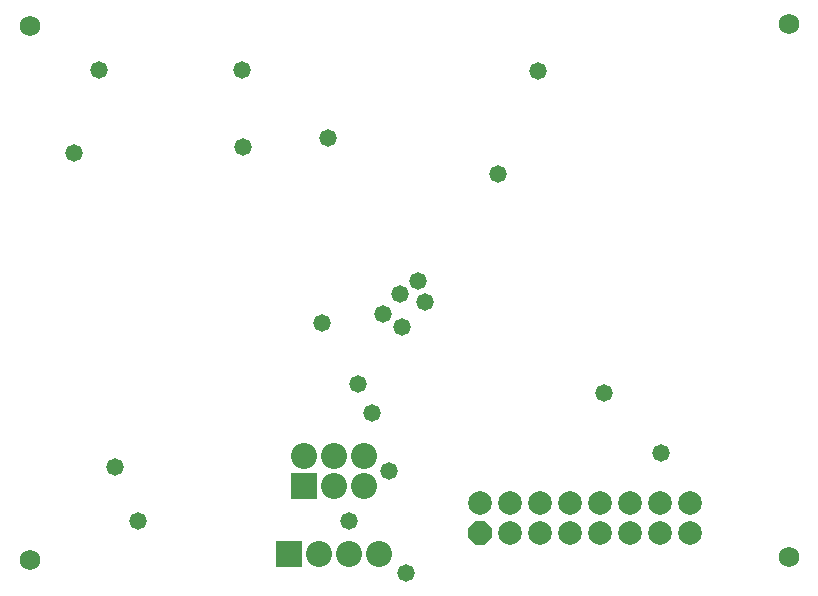
<source format=gbs>
G04*
G04 #@! TF.GenerationSoftware,Altium Limited,Altium Designer,20.0.13 (296)*
G04*
G04 Layer_Color=16711935*
%FSLAX44Y44*%
%MOMM*%
G71*
G01*
G75*
%ADD50C,2.0032*%
%ADD51P,2.1683X8X22.5*%
%ADD52C,1.7272*%
%ADD53C,2.2032*%
%ADD54R,2.2032X2.2032*%
%ADD55C,1.4732*%
D50*
X1101090Y623570D02*
D03*
Y598170D02*
D03*
X1075690Y623570D02*
D03*
Y598170D02*
D03*
X1050290Y623570D02*
D03*
Y598170D02*
D03*
X1024890Y623570D02*
D03*
Y598170D02*
D03*
X923290Y623570D02*
D03*
X948690Y598170D02*
D03*
Y623570D02*
D03*
X974090Y598170D02*
D03*
Y623570D02*
D03*
X999490Y598170D02*
D03*
Y623570D02*
D03*
D51*
X923290Y598170D02*
D03*
D52*
X1184910Y1028700D02*
D03*
X542290Y1027430D02*
D03*
X1184910Y577850D02*
D03*
X542290Y575310D02*
D03*
D53*
X812800Y580390D02*
D03*
X787400D02*
D03*
X838200D02*
D03*
X774700Y662940D02*
D03*
X825500D02*
D03*
X800100D02*
D03*
Y637540D02*
D03*
X825500D02*
D03*
D54*
X762000Y580390D02*
D03*
X774700Y637540D02*
D03*
D55*
X972820Y989330D02*
D03*
X871220Y811530D02*
D03*
X857250Y772160D02*
D03*
X820420Y723900D02*
D03*
X855980Y800354D02*
D03*
X614426Y654050D02*
D03*
X633730Y608330D02*
D03*
X812800D02*
D03*
X832230Y699390D02*
D03*
X861060Y563880D02*
D03*
X1076960Y665480D02*
D03*
X789940Y775970D02*
D03*
X722630Y924306D02*
D03*
X795020Y932180D02*
D03*
X841248Y783336D02*
D03*
X938530Y901700D02*
D03*
X600870Y989678D02*
D03*
X722122D02*
D03*
X1028827Y716661D02*
D03*
X877316Y793242D02*
D03*
X580136Y919480D02*
D03*
X846328Y650240D02*
D03*
M02*

</source>
